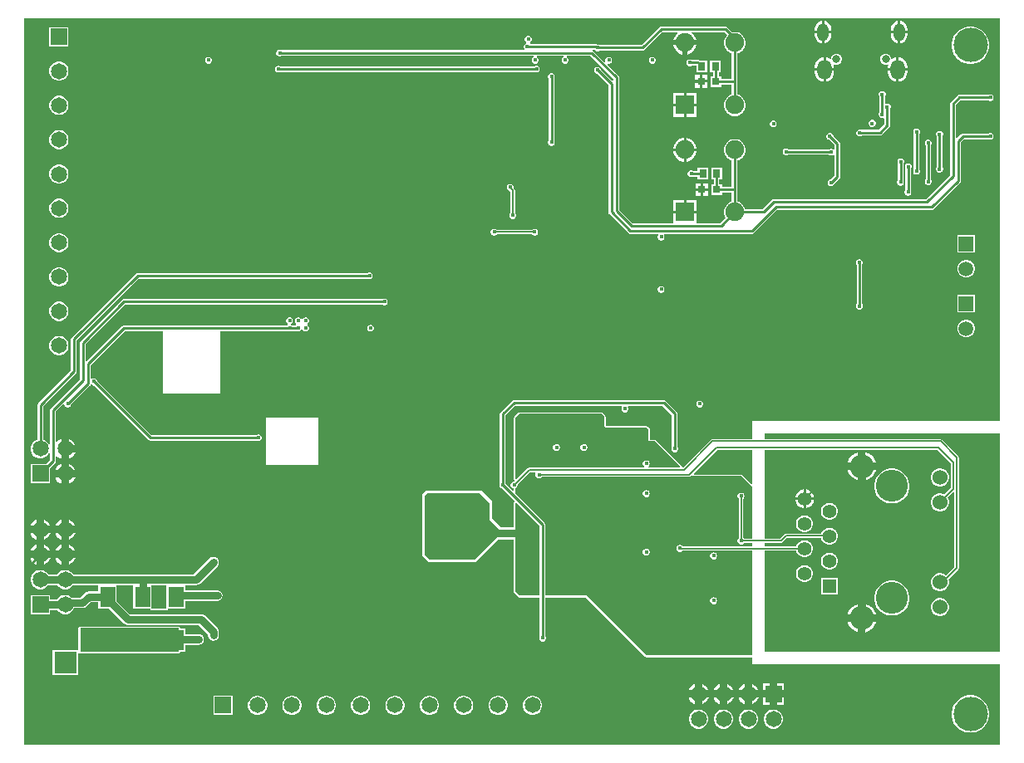
<source format=gbl>
%FSTAX23Y23*%
%MOIN*%
%SFA1B1*%

%IPPOS*%
%ADD11C,0.010000*%
%ADD15C,0.006000*%
%ADD25R,0.031500X0.037400*%
%ADD29R,0.031500X0.031500*%
%ADD45R,0.061000X0.082700*%
%ADD105C,0.030000*%
%ADD106C,0.065000*%
%ADD107R,0.065000X0.065000*%
%ADD108R,0.055000X0.055000*%
%ADD109C,0.055000*%
%ADD110C,0.060200*%
%ADD111C,0.128000*%
%ADD112C,0.096300*%
%ADD113R,0.088600X0.088600*%
%ADD114C,0.088600*%
%ADD115R,0.065000X0.065000*%
%ADD116O,0.057100X0.078700*%
%ADD117O,0.045300X0.070900*%
%ADD118C,0.031500*%
%ADD119C,0.138000*%
%ADD120C,0.075000*%
%ADD121R,0.075000X0.075000*%
%ADD122R,0.059100X0.059100*%
%ADD123C,0.059100*%
%ADD124C,0.015700*%
%ADD125C,0.019700*%
%LNv1.0-1*%
%LPD*%
G36*
X04933Y0337D02*
X0394D01*
Y03299*
X0378*
X03776Y03298*
X03773Y03296*
X03663Y03186*
X03657Y03187*
X03657Y03189*
X03656Y0319*
Y03191*
X03655Y03192*
X03655Y03193*
X03554Y03294*
X0355Y03296*
X03531*
Y03335*
X03529Y0334*
X03519Y03349*
X03515Y03351*
X03356*
X03352Y03354*
Y03388*
X0335Y03393*
X03339Y03404*
X03335Y03406*
X03005*
X03Y03404*
X02985Y03389*
X02983Y03385*
Y03139*
X02984Y03138*
Y03137*
X02984Y03136*
X02985Y03134*
X02985Y03133*
X02982Y03128*
X02977Y03126*
X02973Y03122*
X02971Y03117*
Y03112*
X02973Y03107*
X02977Y03103*
X02982Y03101*
X02983*
Y03093*
X02978Y03092*
X02953Y03117*
Y03117*
X02951Y03122*
X02951Y03123*
Y03395*
X02989Y03433*
X03417*
X03419Y03428*
X03418Y03427*
X03416Y03422*
Y03417*
X03418Y03412*
X03422Y03408*
X03427Y03406*
X03432*
X03437Y03408*
X03441Y03412*
X03443Y03417*
Y03422*
X03441Y03427*
X0344Y03428*
X03442Y03433*
X0358*
X03618Y03395*
Y03268*
X03618Y03267*
X03616Y03262*
Y03257*
X03618Y03252*
X03622Y03248*
X03627Y03246*
X03632*
X03637Y03248*
X03641Y03252*
X03643Y03257*
Y03262*
X03641Y03267*
X03641Y03268*
Y034*
X0364Y03404*
X03637Y03407*
X03592Y03452*
X03589Y03455*
X03585Y03456*
X02985*
X0298Y03455*
X02977Y03452*
X02932Y03407*
X02929Y03404*
X02928Y034*
Y03123*
X02928Y03122*
X02926Y03117*
Y03112*
X02928Y03107*
X02932Y03103*
X02937Y03101*
X02938*
X02986Y03052*
X02985Y03047*
X02984Y03046*
X02984Y03045*
Y03043*
X02983Y03042*
Y02945*
X0293*
X02895Y0298*
Y0305*
X02855Y0309*
X0263*
X02615Y03075*
Y0283*
X0264Y02805*
X0283*
X0292Y02895*
X02983*
Y02685*
X02985Y0268*
X03Y02665*
X03005Y02663*
X03088*
Y02508*
X03088Y02507*
X03086Y02502*
Y02497*
X03088Y02492*
X03092Y02488*
X03097Y02486*
X03102*
X03107Y02488*
X03111Y02492*
X03113Y02497*
Y02502*
X03111Y02507*
X03111Y02508*
Y02663*
X03272*
X0351Y02425*
X03515Y02423*
X0394*
Y02395*
X04933*
Y02071*
X01021*
Y04988*
X04933*
Y0337*
G37*
G36*
X03346Y03388D02*
Y03352D01*
X03353Y03345*
X03515*
X03524Y03335*
Y03292*
X03526Y0329*
X0355*
X0365Y03189*
X03648Y03184*
X03525*
X03523Y03189*
X03525Y0319*
X03528Y03194*
X03529Y032*
X03528Y03205*
X03525Y0321*
X0352Y03213*
X03515Y03214*
X03509Y03213*
X03505Y0321*
X03501Y03205*
X035Y032*
X03501Y03194*
X03505Y0319*
X03506Y03189*
X03504Y03184*
X03045*
X03041Y03183*
X03038Y03181*
X02994Y03137*
X0299Y03139*
Y03385*
X03005Y034*
X03335*
X03346Y03388*
G37*
G36*
X0394Y0312D02*
X03935Y03118D01*
X03899Y03154*
X03895Y03156*
X03707*
X03705Y03161*
X038Y03255*
X0394*
Y0312*
G37*
G36*
X03072Y0316D02*
X03071Y0316D01*
X0307Y03155*
X03071Y03149*
X03075Y03145*
X03079Y03141*
X03085Y0314*
X0309Y03141*
X03095Y03145*
X03096Y03147*
X03688*
X03691Y03148*
X03694Y0315*
X03895*
X0394Y03105*
Y02899*
X03905*
X03905Y029*
X03904Y029*
Y03059*
X03905Y0306*
X03908Y03064*
X03909Y0307*
X03908Y03075*
X03905Y0308*
X039Y03083*
X03895Y03084*
X03889Y03083*
X03885Y0308*
X03881Y03075*
X0388Y0307*
X03881Y03064*
X03885Y0306*
X03885Y03059*
Y029*
X03885Y029*
X03881Y02895*
X0388Y0289*
X03881Y02884*
X03885Y0288*
X03889Y02876*
X03895Y02875*
X039Y02876*
X03905Y0288*
X03905Y0288*
X0394*
Y02869*
X0366*
X0366Y0287*
X03655Y02873*
X0365Y02874*
X03644Y02873*
X0364Y0287*
X03636Y02865*
X03635Y0286*
X03636Y02854*
X0364Y0285*
X03644Y02846*
X0365Y02845*
X03655Y02846*
X0366Y0285*
X0366Y0285*
X0394*
Y0243*
X03515*
X03275Y0267*
X03111*
Y02955*
X0311Y02959*
X03107Y02962*
X0299Y0308*
Y03101*
X0299Y03101*
X02995Y03105*
X02998Y03109*
X02999Y03115*
X02999Y03116*
X03048Y03165*
X03069*
X03072Y0316*
G37*
G36*
X04933Y02445D02*
X0399D01*
Y0285*
X04117*
X04118Y02846*
X04123Y02839*
X04129Y02833*
X04137Y02828*
X04145Y02826*
X04154*
X04162Y02828*
X0417Y02833*
X04176Y02839*
X04181Y02846*
X04183Y02855*
Y02864*
X04181Y02872*
X04176Y0288*
X0417Y02886*
X04162Y02891*
X04154Y02893*
X04145*
X04137Y02891*
X04129Y02886*
X04123Y0288*
X04118Y02872*
X04117Y02869*
X0399*
Y0288*
X04055*
X04058Y02881*
X04061Y02883*
X04078Y029*
X04217*
X04218Y02896*
X04223Y02889*
X04229Y02883*
X04237Y02878*
X04245Y02876*
X04254*
X04262Y02878*
X0427Y02883*
X04276Y02889*
X04281Y02896*
X04283Y02905*
Y02914*
X04281Y02922*
X04276Y0293*
X0427Y02936*
X04262Y02941*
X04254Y02943*
X04245*
X04237Y02941*
X04229Y02936*
X04223Y0293*
X04218Y02922*
X04217Y02919*
X04075*
X04071Y02918*
X04068Y02916*
X04051Y02899*
X0399*
Y03255*
X04681*
X04735Y03201*
Y03101*
X04711Y03077*
X04706Y03079*
X04697Y03081*
X04688*
X04679Y03079*
X0467Y03074*
X04664Y03068*
X04659Y03059*
X04656Y0305*
Y03041*
X04659Y03031*
X04664Y03023*
X0467Y03016*
X04679Y03012*
X04688Y03009*
X04697*
X04706Y03012*
X04715Y03016*
X04721Y03023*
X04726Y03031*
X04729Y03041*
Y0305*
X04726Y03059*
X04724Y03064*
X04746Y03086*
X0475Y03084*
Y02783*
X04717Y0275*
X04715Y02753*
X04706Y02757*
X04697Y0276*
X04688*
X04679Y02757*
X0467Y02753*
X04664Y02746*
X04659Y02738*
X04656Y02728*
Y02719*
X04659Y0271*
X04664Y02702*
X0467Y02695*
X04679Y0269*
X04688Y02688*
X04697*
X04706Y0269*
X04715Y02695*
X04721Y02702*
X04726Y0271*
X04729Y02719*
Y02728*
X04727Y02734*
X04766Y02773*
X04768Y02776*
X04769Y0278*
Y03225*
X04768Y03228*
X04766Y03231*
X04701Y03296*
X04698Y03298*
X04695Y03299*
X0399*
Y0332*
X04933*
Y02445*
G37*
G36*
X02885Y03042D02*
Y02975D01*
X02925Y02935*
X0299*
Y03042*
X02994Y03044*
X03088Y0295*
Y0267*
X03005*
X0299Y02685*
Y02905*
X02915*
X02825Y02815*
X02645*
X02625Y02835*
Y0307*
X02635Y0308*
X02847*
X02885Y03042*
G37*
%LNv1.0-2*%
%LPC*%
G36*
X04534Y04978D02*
Y04938D01*
X04562*
Y04946*
X04561Y04954*
X04557Y04962*
X04552Y04969*
X04545Y04974*
X04537Y04977*
X04534Y04978*
G37*
G36*
X04229D02*
Y04938D01*
X04257*
Y04946*
X04255Y04954*
X04252Y04962*
X04247Y04969*
X0424Y04974*
X04232Y04977*
X04229Y04978*
G37*
G36*
X04219D02*
X04215Y04977D01*
X04207Y04974*
X042Y04969*
X04195Y04962*
X04192Y04954*
X04191Y04946*
Y04938*
X04219*
Y04978*
G37*
G36*
X04524D02*
X0452Y04977D01*
X04512Y04974*
X04506Y04969*
X045Y04962*
X04497Y04954*
X04496Y04946*
Y04938*
X04524*
Y04978*
G37*
G36*
X04562Y04928D02*
X04534D01*
Y04888*
X04537Y04888*
X04545Y04892*
X04552Y04897*
X04557Y04904*
X04561Y04912*
X04562Y0492*
Y04928*
G37*
G36*
X04219D02*
X04191D01*
Y0492*
X04192Y04912*
X04195Y04904*
X042Y04897*
X04207Y04892*
X04215Y04888*
X04219Y04888*
Y04928*
G37*
G36*
X04257D02*
X04229D01*
Y04888*
X04232Y04888*
X0424Y04892*
X04247Y04897*
X04252Y04904*
X04255Y04912*
X04257Y0492*
Y04928*
G37*
G36*
X04524D02*
X04496D01*
Y0492*
X04497Y04912*
X045Y04904*
X04506Y04897*
X04512Y04892*
X0452Y04888*
X04524Y04888*
Y04928*
G37*
G36*
X01198Y04953D02*
X01121D01*
Y04876*
X01198*
Y04953*
G37*
G36*
X03716Y0488D02*
X0368D01*
Y04843*
X03688Y04845*
X03699Y04852*
X03708Y0486*
X03714Y04871*
X03716Y0488*
G37*
G36*
X0366D02*
X03623D01*
X03625Y04871*
X03632Y0486*
X0364Y04852*
X03651Y04845*
X0366Y04843*
Y0488*
G37*
G36*
X04282Y04846D02*
X04273D01*
X04265Y04843*
X04259Y04837*
X04256Y04829*
Y04828*
X04252Y04826*
X04249Y04828*
X0424Y04832*
X04235Y04832*
Y04788*
X04268*
Y04794*
X04268Y048*
X04272Y04803*
X04273Y04803*
X04282*
X0429Y04806*
X04296Y04812*
X043Y0482*
Y04829*
X04296Y04837*
X0429Y04843*
X04282Y04846*
G37*
G36*
X03542Y04833D02*
X03537D01*
X03532Y04831*
X03528Y04827*
X03526Y04822*
Y04817*
X03528Y04812*
X03532Y04808*
X03537Y04806*
X03542*
X03547Y04808*
X03551Y04812*
X03553Y04817*
Y04822*
X03551Y04827*
X03547Y04831*
X03542Y04833*
G37*
G36*
X01762D02*
X01757D01*
X01752Y04831*
X01748Y04827*
X01746Y04822*
Y04817*
X01748Y04812*
X01752Y04808*
X01757Y04806*
X01762*
X01767Y04808*
X01771Y04812*
X01773Y04817*
Y04822*
X01771Y04827*
X01767Y04831*
X01762Y04833*
G37*
G36*
X04822Y04955D02*
X04807D01*
X04793Y04952*
X04779Y04946*
X04767Y04938*
X04756Y04927*
X04748Y04915*
X04742Y04901*
X0474Y04887*
Y04872*
X04742Y04858*
X04748Y04844*
X04756Y04832*
X04767Y04821*
X04779Y04813*
X04793Y04807*
X04807Y04805*
X04822*
X04836Y04807*
X0485Y04813*
X04862Y04821*
X04873Y04832*
X04881Y04844*
X04887Y04858*
X0489Y04872*
Y04887*
X04887Y04901*
X04881Y04915*
X04873Y04927*
X04862Y04938*
X0485Y04946*
X04836Y04952*
X04822Y04955*
G37*
G36*
X03077Y04798D02*
X03072D01*
X03067Y04796*
X03066Y04796*
X02048*
X02047Y04796*
X02042Y04798*
X02037*
X02032Y04796*
X02028Y04792*
X02026Y04787*
Y04782*
X02028Y04777*
X02032Y04773*
X02037Y04771*
X02042*
X02047Y04773*
X02048Y04773*
X03066*
X03067Y04773*
X03072Y04771*
X03077*
X03082Y04773*
X03086Y04777*
X03088Y04782*
Y04787*
X03086Y04792*
X03082Y04796*
X03077Y04798*
G37*
G36*
X04528Y04832D02*
Y04788D01*
X04562*
Y04794*
X0456Y04804*
X04557Y04814*
X0455Y04822*
X04542Y04828*
X04533Y04832*
X04528Y04832*
G37*
G36*
X04225D02*
X0422Y04832D01*
X0421Y04828*
X04202Y04822*
X04196Y04814*
X04192Y04804*
X04191Y04794*
Y04788*
X04225*
Y04832*
G37*
G36*
X04479Y04846D02*
X0447D01*
X04462Y04843*
X04456Y04837*
X04453Y04829*
Y0482*
X04456Y04812*
X04462Y04806*
X0447Y04803*
X04479*
X0448Y04803*
X04485Y048*
X04484Y04794*
Y04788*
X04518*
Y04832*
X04513Y04832*
X04503Y04828*
X04501Y04826*
X04496Y04828*
Y04829*
X04493Y04837*
X04487Y04843*
X04479Y04846*
G37*
G36*
X03692Y04823D02*
X03687D01*
X03682Y04821*
X03678Y04817*
X03676Y04812*
Y04807*
X03678Y04802*
X03682Y04798*
X03687Y04796*
X03692*
X03697Y04798*
X03698Y04798*
X03715*
Y0477*
X03759*
Y04819*
X03727*
X03727*
X03726Y0482*
X03722Y04821*
X03698*
X03697Y04821*
X03692Y04823*
G37*
G36*
X03832Y04956D02*
D01*
X03575*
X0357Y04955*
X03567Y04952*
X03495Y04881*
X03328*
X03327Y04881*
X03322Y04883*
X0332*
X03317Y04885*
X03313Y04886*
X0305*
X03049Y04886*
X03049Y04887*
X0305Y04893*
X03054Y04897*
X03056Y04902*
Y04907*
X03054Y04912*
X0305Y04916*
X03045Y04918*
X03039*
X03034Y04916*
X0303Y04912*
X03028Y04907*
Y04902*
X0303Y04897*
X03034Y04893*
X03034Y04892*
X03034Y04891*
X03033Y04888*
X03029Y04886*
X03025Y04882*
X03023Y04877*
Y04872*
X03025Y04867*
X03027Y04865*
X03025Y0486*
X02053*
X02052Y0486*
X02047Y04862*
X02042*
X02037Y0486*
X02033Y04856*
X02031Y04851*
Y04846*
X02033Y04841*
X02037Y04837*
X02042Y04835*
X02047*
X02052Y04837*
X02053Y04837*
X03063*
X03064Y04832*
X03062Y04831*
X03058Y04827*
X03056Y04822*
Y04817*
X03058Y04812*
X03062Y04808*
X03067Y04806*
X03072*
X03077Y04808*
X03081Y04812*
X03083Y04817*
Y04822*
X03081Y04827*
X03077Y04831*
X03075Y04832*
X03076Y04837*
X03183*
X03184Y04832*
X03182Y04831*
X03178Y04827*
X03176Y04822*
Y04817*
X03178Y04812*
X03182Y04808*
X03187Y04806*
X03192*
X03197Y04808*
X03201Y04812*
X03203Y04817*
Y04822*
X03201Y04827*
X03197Y04831*
X03195Y04832*
X03196Y04837*
X03291*
X03383Y04745*
Y04739*
X03378Y04737*
X03333Y04782*
Y04782*
X03331Y04787*
X03327Y04791*
X03322Y04793*
X03317*
X03312Y04791*
X03308Y04787*
X03306Y04782*
Y04777*
X03308Y04772*
X03312Y04768*
X03317Y04766*
X03318*
X03363Y0472*
Y04615*
Y0421*
X03364Y04205*
X03367Y04202*
X03442Y04127*
X03445Y04124*
X0345Y04123*
X03562*
X03564Y04118*
X03563Y04117*
X03561Y04112*
Y04107*
X03563Y04102*
X03567Y04098*
X03572Y04096*
X03577*
X03582Y04098*
X03586Y04102*
X03588Y04107*
Y04112*
X03586Y04117*
X03585Y04118*
X03587Y04123*
X0394*
X03944Y04124*
X03947Y04127*
X04039Y04218*
X0466*
X04664Y04219*
X04667Y04222*
X04772Y04327*
X04775Y0433*
X04776Y04335*
Y0449*
X04789Y04503*
X04886*
X04887Y04503*
X04892Y04501*
X04897*
X04902Y04503*
X04906Y04507*
X04908Y04512*
Y04517*
X04906Y04522*
X04902Y04526*
X04897Y04528*
X04892*
X04887Y04526*
X04886Y04526*
X04785*
X0478Y04525*
X04777Y04522*
X04761Y04507*
X04756Y04509*
Y0464*
X04774Y04658*
X04886*
X04887Y04658*
X04892Y04656*
X04897*
X04902Y04658*
X04906Y04662*
X04908Y04667*
Y04672*
X04906Y04677*
X04902Y04681*
X04897Y04683*
X04892*
X04887Y04681*
X04886Y04681*
X0477*
X04765Y0468*
X04762Y04677*
X04737Y04652*
X04734Y04649*
X04733Y04645*
Y04359*
X04635Y04261*
X04025*
X0402Y0426*
X04017Y04257*
X0398Y04221*
X03912*
X0391Y04226*
X03904Y04236*
X03896Y04244*
X03886Y0425*
X03881Y04252*
Y043*
Y04418*
X03886Y04419*
X03896Y04425*
X03904Y04433*
X0391Y04443*
X03913Y04454*
Y04465*
X0391Y04476*
X03904Y04486*
X03896Y04494*
X03886Y045*
X03875Y04503*
X03864*
X03853Y045*
X03843Y04494*
X03835Y04486*
X03829Y04476*
X03826Y04465*
Y04454*
X03829Y04443*
X03835Y04433*
X03843Y04425*
X03853Y04419*
X03858Y04418*
Y04311*
X03819*
Y04321*
X03808*
Y0434*
X03819*
Y04389*
X03775*
Y0434*
X03786*
Y04321*
X03775*
Y04278*
X03819*
Y04288*
X03858*
Y04252*
X03853Y0425*
X03843Y04244*
X03835Y04236*
X03829Y04226*
X03826Y04215*
Y04204*
X03829Y04193*
X03832Y04188*
X0381Y04166*
X03717*
Y04205*
X0367*
X03622*
Y04166*
X03459*
X03406Y04219*
Y0475*
X03405Y04754*
X03402Y04757*
X03358Y04802*
X03361Y04806*
X03362Y04806*
X03367*
X03372Y04808*
X03376Y04812*
X03378Y04817*
Y04822*
X03376Y04827*
X03372Y04831*
X03367Y04833*
X03362*
X03357Y04831*
X03353Y04827*
X03351Y04822*
Y04817*
X03351Y04816*
X03347Y04813*
X03304Y04856*
X03301Y04858*
X03301Y04861*
X03301Y04863*
X03307*
X03308Y04862*
X03312Y04858*
X03317Y04856*
X03322*
X03327Y04858*
X03328Y04858*
X035*
X03504Y04859*
X03507Y04862*
X03579Y04933*
X03641*
X03642Y04929*
X0364Y04928*
X03632Y04919*
X03625Y04908*
X03623Y049*
X0367*
X03716*
X03714Y04908*
X03708Y04919*
X03699Y04928*
X03697Y04929*
X03698Y04933*
X03827*
X0384Y04921*
X03835Y04916*
X03829Y04906*
X03826Y04895*
Y04884*
X03829Y04873*
X03835Y04863*
X03843Y04855*
X03853Y04849*
X03858Y04848*
Y04746*
X03816*
Y04756*
X03805*
Y0477*
X03814*
Y04819*
X0377*
Y0477*
X03783*
Y04756*
X03772*
Y04713*
X03816*
Y04723*
X03858*
Y04682*
X03853Y0468*
X03843Y04674*
X03835Y04666*
X03829Y04656*
X03826Y04645*
Y04634*
X03829Y04623*
X03835Y04613*
X03843Y04605*
X03853Y04599*
X03864Y04596*
X03875*
X03886Y04599*
X03896Y04605*
X03904Y04613*
X0391Y04623*
X03913Y04634*
Y04645*
X0391Y04656*
X03904Y04666*
X03896Y04674*
X03886Y0468*
X03881Y04682*
Y04735*
Y04848*
X03886Y04849*
X03896Y04855*
X03904Y04863*
X0391Y04873*
X03913Y04884*
Y04895*
X0391Y04906*
X03904Y04916*
X03896Y04924*
X03886Y0493*
X03875Y04933*
X03864*
X0386Y04932*
X0384Y04952*
X03836Y04955*
X03832Y04956*
G37*
G36*
X03761Y0476D02*
X0374D01*
Y0474*
X03761*
Y0476*
G37*
G36*
X0373D02*
X03709D01*
Y0474*
X0373*
Y0476*
G37*
G36*
X01165Y04815D02*
X01154D01*
X01145Y04812*
X01136Y04807*
X01129Y048*
X01124Y04791*
X01121Y04781*
Y04771*
X01124Y04761*
X01129Y04753*
X01136Y04746*
X01145Y0474*
X01154Y04738*
X01165*
X01174Y0474*
X01183Y04746*
X0119Y04753*
X01195Y04761*
X01198Y04771*
Y04781*
X01195Y04791*
X0119Y048*
X01183Y04807*
X01174Y04812*
X01165Y04815*
G37*
G36*
X04562Y04778D02*
X04528D01*
Y04734*
X04533Y04735*
X04542Y04739*
X0455Y04745*
X04557Y04753*
X0456Y04762*
X04562Y04772*
Y04778*
G37*
G36*
X04225D02*
X04191D01*
Y04772*
X04192Y04762*
X04196Y04753*
X04202Y04745*
X0421Y04739*
X0422Y04735*
X04225Y04734*
Y04778*
G37*
G36*
X04268D02*
X04235D01*
Y04734*
X0424Y04735*
X04249Y04739*
X04257Y04745*
X04263Y04753*
X04267Y04762*
X04268Y04772*
Y04778*
G37*
G36*
X04518D02*
X04484D01*
Y04772*
X04485Y04762*
X04489Y04753*
X04495Y04745*
X04503Y04739*
X04513Y04735*
X04518Y04734*
Y04778*
G37*
G36*
X03761Y0473D02*
X0374D01*
Y04709*
X03761*
Y0473*
G37*
G36*
X0373D02*
X03709D01*
Y04709*
X0373*
Y0473*
G37*
G36*
X03717Y04687D02*
X03675D01*
Y04645*
X03717*
Y04687*
G37*
G36*
X03665D02*
X03622D01*
Y04645*
X03665*
Y04687*
G37*
G36*
X01165Y04677D02*
X01154D01*
X01145Y04674*
X01136Y04669*
X01129Y04662*
X01124Y04653*
X01121Y04644*
Y04633*
X01124Y04624*
X01129Y04615*
X01136Y04608*
X01145Y04603*
X01154Y046*
X01165*
X01174Y04603*
X01183Y04608*
X0119Y04615*
X01195Y04624*
X01198Y04633*
Y04644*
X01195Y04653*
X0119Y04662*
X01183Y04669*
X01174Y04674*
X01165Y04677*
G37*
G36*
X03717Y04635D02*
X03675D01*
Y04592*
X03717*
Y04635*
G37*
G36*
X03665D02*
X03622D01*
Y04592*
X03665*
Y04635*
G37*
G36*
X04424Y0458D02*
X04418D01*
X04413Y04578*
X04409Y04574*
X04407Y04569*
Y04564*
X04409Y04558*
X04413Y04555*
X04418Y04552*
X04424*
X04429Y04555*
X04433Y04558*
X04435Y04564*
Y04569*
X04433Y04574*
X04429Y04578*
X04424Y0458*
G37*
G36*
X04027Y04578D02*
X04022D01*
X04017Y04576*
X04013Y04572*
X04011Y04567*
Y04562*
X04013Y04557*
X04017Y04553*
X04022Y04551*
X04027*
X04032Y04553*
X04036Y04557*
X04038Y04562*
Y04567*
X04036Y04572*
X04032Y04576*
X04027Y04578*
G37*
G36*
X04464Y04696D02*
X04458D01*
X04453Y04694*
X04449Y0469*
X04447Y04685*
Y0468*
X04449Y04675*
X0445Y04674*
Y04611*
X04449Y0461*
X04447Y04605*
Y046*
X04449Y04595*
X04453Y04591*
X04458Y04589*
X04464*
X04465Y04589*
X0447Y04586*
Y04562*
X04448Y0454*
X04378*
X04374Y04541*
X04368*
X04363Y04539*
X04359Y04535*
X04357Y0453*
Y04525*
X04359Y0452*
X04363Y04516*
X04368Y04514*
X04374*
X04379Y04516*
X04381Y04517*
X04452*
X04457Y04518*
X0446Y04521*
X04489Y0455*
X04492Y04553*
X04492Y04557*
Y04624*
X04493Y04625*
X04495Y0463*
Y04635*
X04493Y0464*
X04489Y04644*
X04484Y04646*
X04478*
X04477Y04646*
X04472Y04649*
Y04674*
X04473Y04675*
X04475Y0468*
Y04685*
X04473Y0469*
X04469Y04694*
X04464Y04696*
G37*
G36*
X03137Y04768D02*
X03132D01*
X03127Y04766*
X03123Y04762*
X03121Y04757*
Y04752*
X03123Y04747*
X03123Y04746*
Y04498*
X03123Y04497*
X03121Y04492*
Y04487*
X03123Y04482*
X03127Y04478*
X03132Y04476*
X03137*
X03142Y04478*
X03146Y04482*
X03148Y04487*
Y04492*
X03146Y04497*
X03146Y04498*
Y04746*
X03146Y04747*
X03148Y04752*
Y04757*
X03146Y04762*
X03142Y04766*
X03137Y04768*
G37*
G36*
X03676Y04507D02*
X03675D01*
Y04465*
X03717*
Y04466*
X03714Y04478*
X03708Y04489*
X03699Y04498*
X03688Y04504*
X03676Y04507*
G37*
G36*
X03665D02*
X03663D01*
X03651Y04504*
X0364Y04498*
X03632Y04489*
X03625Y04478*
X03622Y04466*
Y04465*
X03665*
Y04507*
G37*
G36*
X01165Y04539D02*
X01154D01*
X01145Y04537*
X01136Y04532*
X01129Y04524*
X01124Y04516*
X01121Y04506*
Y04496*
X01124Y04486*
X01129Y04477*
X01136Y0447*
X01145Y04465*
X01154Y04462*
X01165*
X01174Y04465*
X01183Y0447*
X0119Y04477*
X01195Y04486*
X01198Y04496*
Y04506*
X01195Y04516*
X0119Y04524*
X01183Y04532*
X01174Y04537*
X01165Y04539*
G37*
G36*
X04254Y04528D02*
X04248D01*
X04243Y04525*
X04239Y04522*
X04237Y04516*
Y04511*
X04239Y04506*
X04243Y04502*
X04248Y045*
X04249*
X0427Y04479*
Y04464*
X04265Y04462*
X04264Y04462*
X04259Y04465*
X04253*
X04249Y04463*
X04086*
X04084Y04464*
X04079Y04466*
X04073*
X04068Y04464*
X04064Y0446*
X04062Y04455*
Y0445*
X04064Y04445*
X04068Y04441*
X04073Y04439*
X04079*
X04083Y0444*
X04247*
X04248Y04439*
X04253Y04437*
X04259*
X04264Y04439*
X04265Y0444*
X0427Y04438*
Y04357*
X04254Y04341*
X04253*
X04248Y04339*
X04244Y04335*
X04242Y0433*
Y04325*
X04244Y0432*
X04248Y04316*
X04253Y04314*
X04259*
X04264Y04316*
X04268Y0432*
X0427Y04325*
Y04325*
X04289Y04345*
X04292Y04348*
X04292Y04352*
Y04484*
X04292Y04488*
X04289Y04492*
X04265Y04516*
Y04516*
X04263Y04522*
X04259Y04525*
X04254Y04528*
G37*
G36*
X03717Y04455D02*
X03675D01*
Y04412*
X03676*
X03688Y04415*
X03699Y04422*
X03708Y0443*
X03714Y04441*
X03717Y04453*
Y04455*
G37*
G36*
X03665D02*
X03622D01*
Y04453*
X03625Y04441*
X03632Y0443*
X0364Y04422*
X03651Y04415*
X03663Y04412*
X03665*
Y04455*
G37*
G36*
X03764Y04389D02*
X0372D01*
Y04376*
X03703*
X03702Y04376*
X03697Y04378*
X03692*
X03687Y04376*
X03683Y04372*
X03681Y04367*
Y04362*
X03683Y04357*
X03687Y04353*
X03692Y04351*
X03697*
X03702Y04353*
X03703Y04353*
X0372*
Y0434*
X03764*
Y04389*
G37*
G36*
X04694Y04536D02*
X04688D01*
X04683Y04534*
X04679Y0453*
X04677Y04525*
Y0452*
X04679Y04515*
X0468Y04514*
Y04391*
X04679Y0439*
X04677Y04385*
Y0438*
X04679Y04375*
X04683Y04371*
X04688Y04369*
X04694*
X04699Y04371*
X04703Y04375*
X04705Y0438*
Y04385*
X04703Y0439*
X04702Y04391*
Y04514*
X04703Y04515*
X04705Y0452*
Y04525*
X04703Y0453*
X04699Y04534*
X04694Y04536*
G37*
G36*
X04602Y04546D02*
X04596D01*
X04591Y04544*
X04587Y0454*
X04585Y04535*
Y04529*
X04587Y04524*
X04588Y04523*
Y04382*
X04587Y04381*
X04585Y04376*
Y04371*
X04587Y04366*
X04591Y04362*
X04596Y0436*
X04602*
X04607Y04362*
X04611Y04366*
X04613Y04371*
Y04376*
X04611Y04381*
X0461Y04382*
Y04524*
X04611Y04524*
X04613Y04529*
Y04535*
X04611Y0454*
X04607Y04544*
X04602Y04546*
G37*
G36*
X01165Y04401D02*
X01154D01*
X01145Y04399*
X01136Y04394*
X01129Y04387*
X01124Y04378*
X01121Y04368*
Y04358*
X01124Y04348*
X01129Y04339*
X01136Y04332*
X01145Y04327*
X01154Y04324*
X01165*
X01174Y04327*
X01183Y04332*
X0119Y04339*
X01195Y04348*
X01198Y04358*
Y04368*
X01195Y04378*
X0119Y04387*
X01183Y04394*
X01174Y04399*
X01165Y04401*
G37*
G36*
X04649Y04501D02*
X04643D01*
X04638Y04499*
X04634Y04495*
X04632Y0449*
Y04485*
X04634Y0448*
X04635Y04479*
Y04341*
X04634Y0434*
X04632Y04335*
Y0433*
X04634Y04325*
X04638Y04321*
X04643Y04319*
X04649*
X04654Y04321*
X04658Y04325*
X0466Y0433*
Y04335*
X04658Y0434*
X04657Y04341*
Y04479*
X04658Y0448*
X0466Y04485*
Y0449*
X04658Y04495*
X04654Y04499*
X04649Y04501*
G37*
G36*
X04539Y04426D02*
X04533D01*
X04528Y04424*
X04524Y0442*
X04522Y04415*
Y0441*
X04524Y04405*
Y04339*
X04523Y04337*
X04521Y04332*
Y04327*
X04523Y04322*
X04527Y04318*
X04532Y04316*
X04537*
X04542Y04318*
X04546Y04322*
X04548Y04327*
Y04332*
X04547Y04337*
Y04403*
X04548Y04405*
X0455Y0441*
Y04415*
X04548Y0442*
X04544Y04424*
X04539Y04426*
G37*
G36*
X03764Y04325D02*
X03743D01*
Y04305*
X03764*
Y04325*
G37*
G36*
X03733D02*
X03712D01*
Y04305*
X03733*
Y04325*
G37*
G36*
X04569Y04406D02*
X04563D01*
X04558Y04404*
X04554Y044*
X04552Y04395*
Y0439*
X04554Y04385*
Y04299*
X04553Y04297*
X04551Y04292*
Y04287*
X04553Y04282*
X04557Y04278*
X04562Y04276*
X04567*
X04572Y04278*
X04576Y04282*
X04578Y04287*
Y04292*
X04577Y04297*
Y04383*
X04578Y04385*
X0458Y0439*
Y04395*
X04578Y044*
X04574Y04404*
X04569Y04406*
G37*
G36*
X03764Y04295D02*
X03743D01*
Y04274*
X03764*
Y04295*
G37*
G36*
X03733D02*
X03712D01*
Y04274*
X03733*
Y04295*
G37*
G36*
X03717Y04257D02*
X03675D01*
Y04215*
X03717*
Y04257*
G37*
G36*
X03665D02*
X03622D01*
Y04215*
X03665*
Y04257*
G37*
G36*
X01165Y04264D02*
X01154D01*
X01145Y04261*
X01136Y04256*
X01129Y04249*
X01124Y0424*
X01121Y0423*
Y0422*
X01124Y0421*
X01129Y04202*
X01136Y04194*
X01145Y04189*
X01154Y04187*
X01165*
X01174Y04189*
X01183Y04194*
X0119Y04202*
X01195Y0421*
X01198Y0422*
Y0423*
X01195Y0424*
X0119Y04249*
X01183Y04256*
X01174Y04261*
X01165Y04264*
G37*
G36*
X02972Y04323D02*
X02967D01*
X02962Y04321*
X02958Y04317*
X02956Y04312*
Y04307*
X02958Y04302*
X02962Y04298*
X02967Y04296*
X02968*
X0297Y04293*
Y04208*
X02968Y04205*
X02966Y042*
Y04194*
X02968Y04189*
X02972Y04185*
X02977Y04183*
X02982*
X02987Y04185*
X02991Y04189*
X02993Y04194*
Y042*
X02991Y04205*
X02989Y04208*
Y04297*
X02988Y043*
X02986Y04303*
X02983Y04306*
X02983Y04307*
Y04312*
X02981Y04317*
X02977Y04321*
X02972Y04323*
G37*
G36*
X0307Y04143D02*
X03065D01*
X03059Y04141*
X03057Y04139*
X02915*
X02912Y04141*
X02907Y04143*
X02902*
X02897Y04141*
X02893Y04137*
X02891Y04132*
Y04127*
X02893Y04122*
X02897Y04118*
X02902Y04116*
X02907*
X02912Y04118*
X02915Y0412*
X03057*
X03059Y04118*
X03065Y04116*
X0307*
X03075Y04118*
X03079Y04122*
X03081Y04127*
Y04132*
X03079Y04137*
X03075Y04141*
X0307Y04143*
G37*
G36*
X01165Y04126D02*
X01154D01*
X01145Y04123*
X01136Y04118*
X01129Y04111*
X01124Y04102*
X01121Y04092*
Y04082*
X01124Y04072*
X01129Y04064*
X01136Y04057*
X01145Y04051*
X01154Y04049*
X01165*
X01174Y04051*
X01183Y04057*
X0119Y04064*
X01195Y04072*
X01198Y04082*
Y04092*
X01195Y04102*
X0119Y04111*
X01183Y04118*
X01174Y04123*
X01165Y04126*
G37*
G36*
X04833Y04118D02*
X04762D01*
Y04047*
X04833*
Y04118*
G37*
G36*
X02407Y03968D02*
X02402D01*
X02397Y03966*
X02396Y03966*
X01475*
X0147Y03965*
X01467Y03962*
X01212Y03707*
X01209Y03704*
X01208Y037*
Y03574*
X01077Y03442*
X01074Y03439*
X01073Y03435*
Y03296*
X0107Y03295*
X01061Y0329*
X01054Y03283*
X01049Y03274*
X01046Y03265*
Y03254*
X01049Y03245*
X01054Y03236*
X01061Y03229*
X0107Y03224*
X01079Y03221*
X0109*
X01099Y03224*
X01108Y03229*
X01115Y03236*
X01118Y03241*
X01123Y0324*
Y03214*
X01107Y03198*
X01046*
Y03121*
X01123*
Y03182*
X01142Y03202*
X01145Y03205*
X01146Y0321*
Y03232*
X0115Y03233*
X01151Y03233*
X01158Y03226*
X01168Y0322*
X0117Y0322*
Y0326*
Y033*
X01168Y03299*
X01158Y03294*
X01151Y03286*
X0115Y03286*
X01146Y03287*
Y0341*
X01176Y0344*
X01181Y03438*
Y03437*
X01183Y03432*
X01187Y03428*
X01192Y03426*
X01197*
X01202Y03428*
X01206Y03432*
X01208Y03437*
Y03438*
X01282Y03512*
X01285Y03515*
X01285Y03517*
X01291Y03519*
X01292Y03518*
X01297Y03516*
X01298*
X01517Y03297*
X0152Y03294*
X01525Y03293*
X01951*
X01952Y03293*
X01957Y03291*
X01962*
X01967Y03293*
X01971Y03297*
X01973Y03302*
Y03307*
X01971Y03312*
X01967Y03316*
X01962Y03318*
X01957*
X01952Y03316*
X01951Y03316*
X01529*
X01313Y03532*
Y03532*
X01311Y03537*
X01307Y03541*
X01302Y03543*
X01297*
X01292Y03541*
X01291Y0354*
X01286Y03542*
Y03595*
X01424Y03733*
X01572*
X01575Y0373*
Y03728*
Y0348*
X01805*
Y03728*
Y0373*
X01807Y03733*
X02076*
X02077Y03733*
X02082Y03731*
X02087*
X02092Y03733*
X02093Y03733*
X02111*
X02112Y03733*
X02117Y03731*
X02122*
X02127Y03733*
X02131Y03737*
X02132Y03738*
X02137*
X02138Y03737*
X02142Y03733*
X02147Y03731*
X02152*
X02157Y03733*
X02161Y03737*
X02163Y03742*
Y03747*
X02161Y03752*
X02157Y03756*
X02156Y03757*
Y03762*
X02157Y03763*
X02161Y03767*
X02163Y03772*
Y03777*
X02161Y03782*
X02157Y03786*
X02152Y03788*
X02147*
X02142Y03786*
X02138Y03782*
X02137Y03781*
X02132*
X02131Y03782*
X02127Y03786*
X02122Y03788*
X02117*
X02112Y03786*
X02108Y03782*
X02106Y03777*
Y03772*
X02108Y03767*
X0211Y03764*
X02111Y03759*
X02111Y03758*
X02108Y03756*
X02093*
X02092Y03756*
X02091Y03757*
Y03762*
X02092Y03763*
X02096Y03767*
X02098Y03772*
Y03777*
X02096Y03782*
X02092Y03786*
X02087Y03788*
X02082*
X02077Y03786*
X02073Y03782*
X02071Y03777*
Y03772*
X02073Y03767*
X02075Y03764*
X02076Y03759*
X02076Y03758*
X02073Y03756*
X0142*
X01415Y03755*
X01412Y03752*
X01271Y03612*
X01266Y03614*
Y0368*
X01424Y03838*
X02456*
X02457Y03838*
X02462Y03836*
X02467*
X02472Y03838*
X02476Y03842*
X02478Y03847*
Y03852*
X02476Y03857*
X02472Y03861*
X02467Y03863*
X02462*
X02457Y03861*
X02456Y03861*
X0142*
X01415Y0386*
X01412Y03857*
X01247Y03692*
X01244Y03689*
X01243Y03685*
Y03539*
X01127Y03422*
X01124Y03419*
X01123Y03415*
Y03279*
X01118Y03278*
X01115Y03283*
X01108Y0329*
X01099Y03295*
X01096Y03296*
Y0343*
X01227Y03562*
X0123Y03565*
X01231Y0357*
Y03695*
X01479Y03943*
X02396*
X02397Y03943*
X02402Y03941*
X02407*
X02412Y03943*
X02416Y03947*
X02418Y03952*
Y03957*
X02416Y03962*
X02412Y03966*
X02407Y03968*
G37*
G36*
X04803Y04018D02*
X04793D01*
X04784Y04016*
X04776Y04011*
X0477Y04005*
X04765Y03997*
X04762Y03988*
Y03978*
X04765Y03969*
X0477Y03961*
X04776Y03955*
X04784Y0395*
X04793Y03947*
X04803*
X04812Y0395*
X0482Y03955*
X04826Y03961*
X04831Y03969*
X04833Y03978*
Y03988*
X04831Y03997*
X04826Y04005*
X0482Y04011*
X04812Y04016*
X04803Y04018*
G37*
G36*
X01165Y03988D02*
X01154D01*
X01145Y03985*
X01136Y0398*
X01129Y03973*
X01124Y03964*
X01121Y03955*
Y03944*
X01124Y03935*
X01129Y03926*
X01136Y03919*
X01145Y03914*
X01154Y03911*
X01165*
X01174Y03914*
X01183Y03919*
X0119Y03926*
X01195Y03935*
X01198Y03944*
Y03955*
X01195Y03964*
X0119Y03973*
X01183Y0398*
X01174Y03985*
X01165Y03988*
G37*
G36*
X03577Y03913D02*
X03572D01*
X03567Y03911*
X03563Y03907*
X03561Y03902*
Y03897*
X03563Y03892*
X03567Y03888*
X03572Y03886*
X03577*
X03582Y03888*
X03586Y03892*
X03588Y03897*
Y03902*
X03586Y03907*
X03582Y03911*
X03577Y03913*
G37*
G36*
X04372Y04021D02*
X04367D01*
X04362Y04019*
X04358Y04015*
X04356Y0401*
Y04005*
X04358Y04*
X04359Y03999*
Y03841*
X04358Y03841*
X04356Y03836*
Y0383*
X04358Y03825*
X04362Y03821*
X04367Y03819*
X04373*
X04378Y03821*
X04382Y03825*
X04384Y0383*
Y03836*
X04382Y03841*
X04381Y03841*
Y03999*
X04381Y04*
X04383Y04005*
Y0401*
X04381Y04015*
X04377Y04019*
X04372Y04021*
G37*
G36*
X04833Y03878D02*
X04762D01*
Y03807*
X04833*
Y03878*
G37*
G36*
X01165Y0385D02*
X01154D01*
X01145Y03848*
X01136Y03843*
X01129Y03835*
X01124Y03827*
X01121Y03817*
Y03807*
X01124Y03797*
X01129Y03788*
X01136Y03781*
X01145Y03776*
X01154Y03773*
X01165*
X01174Y03776*
X01183Y03781*
X0119Y03788*
X01195Y03797*
X01198Y03807*
Y03817*
X01195Y03827*
X0119Y03835*
X01183Y03843*
X01174Y03848*
X01165Y0385*
G37*
G36*
X02412Y03758D02*
X02407D01*
X02402Y03756*
X02398Y03752*
X02396Y03747*
Y03742*
X02398Y03737*
X02402Y03733*
X02407Y03731*
X02412*
X02417Y03733*
X02421Y03737*
X02423Y03742*
Y03747*
X02421Y03752*
X02417Y03756*
X02412Y03758*
G37*
G36*
X04803Y03778D02*
X04793D01*
X04784Y03776*
X04776Y03771*
X0477Y03765*
X04765Y03757*
X04762Y03748*
Y03738*
X04765Y03729*
X0477Y03721*
X04776Y03715*
X04784Y0371*
X04793Y03707*
X04803*
X04812Y0371*
X0482Y03715*
X04826Y03721*
X04831Y03729*
X04833Y03738*
Y03748*
X04831Y03757*
X04826Y03765*
X0482Y03771*
X04812Y03776*
X04803Y03778*
G37*
G36*
X01165Y03712D02*
X01154D01*
X01145Y0371*
X01136Y03705*
X01129Y03698*
X01124Y03689*
X01121Y03679*
Y03669*
X01124Y03659*
X01129Y0365*
X01136Y03643*
X01145Y03638*
X01154Y03635*
X01165*
X01174Y03638*
X01183Y03643*
X0119Y0365*
X01195Y03659*
X01198Y03669*
Y03679*
X01195Y03689*
X0119Y03698*
X01183Y03705*
X01174Y0371*
X01165Y03712*
G37*
G36*
X03732Y03453D02*
X03727D01*
X03722Y03451*
X03718Y03447*
X03716Y03442*
Y03437*
X03718Y03432*
X03722Y03428*
X03727Y03426*
X03732*
X03737Y03428*
X03741Y03432*
X03743Y03437*
Y03442*
X03741Y03447*
X03737Y03451*
X03732Y03453*
G37*
G36*
X012Y033D02*
Y03275D01*
X01225*
X01224Y03276*
X01219Y03286*
X01211Y03294*
X01201Y03299*
X012Y033*
G37*
G36*
X01225Y03245D02*
X012D01*
Y0322*
X01201Y0322*
X01211Y03226*
X01219Y03233*
X01224Y03243*
X01225Y03245*
G37*
G36*
X022Y03385D02*
X0199D01*
Y03195*
X022*
Y03385*
G37*
G36*
X012Y032D02*
Y03175D01*
X01225*
X01224Y03176*
X01219Y03186*
X01211Y03194*
X01201Y03199*
X012Y032*
G37*
G36*
X0117D02*
X01168Y03199D01*
X01158Y03194*
X01151Y03186*
X01145Y03176*
X01145Y03175*
X0117*
Y032*
G37*
G36*
X01225Y03145D02*
X012D01*
Y0312*
X01201Y0312*
X01211Y03126*
X01219Y03133*
X01224Y03143*
X01225Y03145*
G37*
G36*
X0117D02*
X01145D01*
X01145Y03143*
X01151Y03133*
X01158Y03126*
X01168Y0312*
X0117Y0312*
Y03145*
G37*
G36*
X012Y02975D02*
Y0295D01*
X01225*
X01224Y02951*
X01219Y02961*
X01211Y02969*
X01201Y02974*
X012Y02975*
G37*
G36*
X011D02*
Y0295D01*
X01125*
X01124Y02951*
X01119Y02961*
X01111Y02969*
X01101Y02974*
X011Y02975*
G37*
G36*
X0117D02*
X01168Y02974D01*
X01158Y02969*
X01151Y02961*
X01145Y02951*
X01145Y0295*
X0117*
Y02975*
G37*
G36*
X0107D02*
X01068Y02974D01*
X01058Y02969*
X01051Y02961*
X01045Y02951*
X01045Y0295*
X0107*
Y02975*
G37*
G36*
X01225Y0292D02*
X012D01*
Y02895*
X01201Y02895*
X01211Y02901*
X01219Y02908*
X01224Y02918*
X01225Y0292*
G37*
G36*
X01125D02*
X011D01*
Y02895*
X01101Y02895*
X01111Y02901*
X01119Y02908*
X01124Y02918*
X01125Y0292*
G37*
G36*
X0117D02*
X01145D01*
X01145Y02918*
X01151Y02908*
X01158Y02901*
X01168Y02895*
X0117Y02895*
Y0292*
G37*
G36*
X0107D02*
X01045D01*
X01045Y02918*
X01051Y02908*
X01058Y02901*
X01068Y02895*
X0107Y02895*
Y0292*
G37*
G36*
X012Y02875D02*
Y0285D01*
X01225*
X01224Y02851*
X01219Y02861*
X01211Y02869*
X01201Y02874*
X012Y02875*
G37*
G36*
X011D02*
Y0285D01*
X01125*
X01124Y02851*
X01119Y02861*
X01111Y02869*
X01101Y02874*
X011Y02875*
G37*
G36*
X0117D02*
X01168Y02874D01*
X01158Y02869*
X01151Y02861*
X01145Y02851*
X01145Y0285*
X0117*
Y02875*
G37*
G36*
X0107D02*
X01068Y02874D01*
X01058Y02869*
X01051Y02861*
X01045Y02851*
X01045Y0285*
X0107*
Y02875*
G37*
G36*
X01225Y0282D02*
X012D01*
Y02795*
X01201Y02795*
X01211Y02801*
X01219Y02808*
X01224Y02818*
X01225Y0282*
G37*
G36*
X01125D02*
X011D01*
Y02795*
X01101Y02795*
X01111Y02801*
X01119Y02808*
X01124Y02818*
X01125Y0282*
G37*
G36*
X0117D02*
X01145D01*
X01145Y02818*
X01151Y02808*
X01158Y02801*
X01168Y02795*
X0117Y02795*
Y0282*
G37*
G36*
X0107D02*
X01045D01*
X01045Y02818*
X01051Y02808*
X01058Y02801*
X01068Y02795*
X0107Y02795*
Y0282*
G37*
G36*
X0178Y02826D02*
X01771Y02824D01*
X01764Y0282*
X01701Y02756*
X01217*
X01215Y02758*
X01208Y02765*
X01199Y0277*
X0119Y02773*
X01179*
X0117Y0277*
X01161Y02765*
X01154Y02758*
X01152Y02756*
X01117*
X01115Y02758*
X01108Y02765*
X01099Y0277*
X0109Y02773*
X01079*
X0107Y0277*
X01061Y02765*
X01054Y02758*
X01049Y02749*
X01046Y0274*
Y02729*
X01049Y0272*
X01054Y02711*
X01061Y02704*
X0107Y02699*
X01079Y02696*
X0109*
X01099Y02699*
X01108Y02704*
X01115Y02711*
X01117Y02713*
X01152*
X01154Y02711*
X01161Y02704*
X0117Y02699*
X01179Y02696*
X0119*
X01199Y02699*
X01208Y02704*
X01215Y02711*
X01217Y02713*
X01318*
Y02688*
X01279*
X01271Y02686*
X01264Y02681*
X01245Y02663*
X01211*
X01208Y02665*
X01199Y0267*
X0119Y02673*
X01179*
X0117Y0267*
X01161Y02665*
X01154Y02658*
X01152Y02656*
X01123*
Y02673*
X01046*
Y02596*
X01123*
Y02613*
X01152*
X01154Y02611*
X01161Y02604*
X0117Y02599*
X01179Y02596*
X0119*
X01199Y02599*
X01208Y02604*
X01215Y02611*
X0122Y0262*
Y0262*
X01254*
X01262Y02621*
X01269Y02626*
X01288Y02645*
X01318*
Y02619*
X01361*
X0142Y02559*
X01427Y02555*
X01435Y02553*
X01721*
X01758Y02516*
Y0251*
X0176Y02501*
X01764Y02494*
X01771Y0249*
X0178Y02488*
X01788Y0249*
X01795Y02494*
X01799Y02501*
X01801Y0251*
Y02525*
X01799Y02533*
X01795Y0254*
X01745Y0259*
X01738Y02594*
X0173Y02596*
X01444*
X01391Y02649*
Y02713*
X01458*
Y02619*
X01525*
X01525Y02618*
Y02616*
X01526Y02615*
X01526Y02614*
X01528Y02614*
X01529Y02613*
X01533Y02611*
X01534*
X01535Y02611*
X01591*
X01596Y02613*
X01596Y02613*
X01598Y02617*
X01666*
Y02648*
X01795*
X01803Y0265*
X0181Y02654*
X01814Y02661*
X01816Y0267*
X01814Y02678*
X0181Y02685*
X01803Y02689*
X01795Y02691*
X01666*
Y02712*
X01671Y02713*
X0171*
X01718Y02715*
X01725Y02719*
X01795Y02789*
X01799Y02796*
X01801Y02805*
X01799Y02813*
X01795Y0282*
X01788Y02824*
X0178Y02826*
G37*
G36*
X0164Y02546D02*
X01245D01*
X0124Y02544*
X01238Y0254*
Y02457*
X01235Y02453*
X01233*
X01134*
Y02353*
X01235*
Y02439*
X0124Y0244*
X0124Y0244*
X01245Y02438*
X0164*
X01644Y0244*
X01646Y02444*
X01666*
Y02473*
X0172*
X01728Y02475*
X01735Y02479*
X01739Y02486*
X01741Y02495*
X01739Y02503*
X01735Y0251*
X01728Y02514*
X0172Y02516*
X01666*
Y02539*
X01646*
Y0254*
X01644Y02544*
X0164Y02546*
G37*
G36*
X04067Y02317D02*
X0404D01*
Y0229*
X04067*
Y02317*
G37*
G36*
X0394Y02315D02*
Y0229D01*
X03965*
X03964Y02291*
X03959Y02301*
X03951Y02309*
X03941Y02314*
X0394Y02315*
G37*
G36*
X0374D02*
Y0229D01*
X03765*
X03764Y02291*
X03759Y02301*
X03751Y02309*
X03741Y02314*
X0374Y02315*
G37*
G36*
X0384D02*
Y0229D01*
X03865*
X03864Y02291*
X03859Y02301*
X03851Y02309*
X03841Y02314*
X0384Y02315*
G37*
G36*
X0391D02*
X03908Y02314D01*
X03898Y02309*
X03891Y02301*
X03885Y02291*
X03885Y0229*
X0391*
Y02315*
G37*
G36*
X0371D02*
X03708Y02314D01*
X03698Y02309*
X03691Y02301*
X03685Y02291*
X03685Y0229*
X0371*
Y02315*
G37*
G36*
X0381D02*
X03808Y02314D01*
X03798Y02309*
X03791Y02301*
X03785Y02291*
X03785Y0229*
X0381*
Y02315*
G37*
G36*
X0401Y02317D02*
X03982D01*
Y0229*
X0401*
Y02317*
G37*
G36*
X03965Y0226D02*
X0394D01*
Y02235*
X03941Y02235*
X03951Y02241*
X03959Y02248*
X03964Y02258*
X03965Y0226*
G37*
G36*
X03865D02*
X0384D01*
Y02235*
X03841Y02235*
X03851Y02241*
X03859Y02248*
X03864Y02258*
X03865Y0226*
G37*
G36*
X03765D02*
X0374D01*
Y02235*
X03741Y02235*
X03751Y02241*
X03759Y02248*
X03764Y02258*
X03765Y0226*
G37*
G36*
X0391D02*
X03885D01*
X03885Y02258*
X03891Y02248*
X03898Y02241*
X03908Y02235*
X0391Y02235*
Y0226*
G37*
G36*
X0381D02*
X03785D01*
X03785Y02258*
X03791Y02248*
X03798Y02241*
X03808Y02235*
X0381Y02235*
Y0226*
G37*
G36*
X0371D02*
X03685D01*
X03685Y02258*
X03691Y02248*
X03698Y02241*
X03708Y02235*
X0371Y02235*
Y0226*
G37*
G36*
X04067D02*
X0404D01*
Y02232*
X04067*
Y0226*
G37*
G36*
X0401D02*
X03982D01*
Y02232*
X0401*
Y0226*
G37*
G36*
X03064Y02268D02*
X03053D01*
X03044Y02265*
X03035Y0226*
X03028Y02253*
X03023Y02244*
X0302Y02235*
Y02224*
X03023Y02215*
X03028Y02206*
X03035Y02199*
X03044Y02194*
X03053Y02191*
X03064*
X03073Y02194*
X03082Y02199*
X03089Y02206*
X03094Y02215*
X03097Y02224*
Y02235*
X03094Y02244*
X03089Y02253*
X03082Y0226*
X03073Y02265*
X03064Y02268*
G37*
G36*
X02926D02*
X02916D01*
X02906Y02265*
X02897Y0226*
X0289Y02253*
X02885Y02244*
X02882Y02235*
Y02224*
X02885Y02215*
X0289Y02206*
X02897Y02199*
X02906Y02194*
X02916Y02191*
X02926*
X02936Y02194*
X02944Y02199*
X02952Y02206*
X02957Y02215*
X02959Y02224*
Y02235*
X02957Y02244*
X02952Y02253*
X02944Y0226*
X02936Y02265*
X02926Y02268*
G37*
G36*
X02788D02*
X02778D01*
X02768Y02265*
X02759Y0226*
X02752Y02253*
X02747Y02244*
X02744Y02235*
Y02224*
X02747Y02215*
X02752Y02206*
X02759Y02199*
X02768Y02194*
X02778Y02191*
X02788*
X02798Y02194*
X02807Y02199*
X02814Y02206*
X02819Y02215*
X02821Y02224*
Y02235*
X02819Y02244*
X02814Y02253*
X02807Y0226*
X02798Y02265*
X02788Y02268*
G37*
G36*
X0265D02*
X0264D01*
X0263Y02265*
X02622Y0226*
X02614Y02253*
X02609Y02244*
X02607Y02235*
Y02224*
X02609Y02215*
X02614Y02206*
X02622Y02199*
X0263Y02194*
X0264Y02191*
X0265*
X0266Y02194*
X02669Y02199*
X02676Y02206*
X02681Y02215*
X02684Y02224*
Y02235*
X02681Y02244*
X02676Y02253*
X02669Y0226*
X0266Y02265*
X0265Y02268*
G37*
G36*
X02512D02*
X02502D01*
X02492Y02265*
X02484Y0226*
X02477Y02253*
X02471Y02244*
X02469Y02235*
Y02224*
X02471Y02215*
X02477Y02206*
X02484Y02199*
X02492Y02194*
X02502Y02191*
X02512*
X02522Y02194*
X02531Y02199*
X02538Y02206*
X02543Y02215*
X02546Y02224*
Y02235*
X02543Y02244*
X02538Y02253*
X02531Y0226*
X02522Y02265*
X02512Y02268*
G37*
G36*
X02375D02*
X02364D01*
X02355Y02265*
X02346Y0226*
X02339Y02253*
X02334Y02244*
X02331Y02235*
Y02224*
X02334Y02215*
X02339Y02206*
X02346Y02199*
X02355Y02194*
X02364Y02191*
X02375*
X02384Y02194*
X02393Y02199*
X024Y02206*
X02405Y02215*
X02408Y02224*
Y02235*
X02405Y02244*
X024Y02253*
X02393Y0226*
X02384Y02265*
X02375Y02268*
G37*
G36*
X02237D02*
X02227D01*
X02217Y02265*
X02208Y0226*
X02201Y02253*
X02196Y02244*
X02193Y02235*
Y02224*
X02196Y02215*
X02201Y02206*
X02208Y02199*
X02217Y02194*
X02227Y02191*
X02237*
X02247Y02194*
X02255Y02199*
X02263Y02206*
X02268Y02215*
X0227Y02224*
Y02235*
X02268Y02244*
X02263Y02253*
X02255Y0226*
X02247Y02265*
X02237Y02268*
G37*
G36*
X02099D02*
X02089D01*
X02079Y02265*
X0207Y0226*
X02063Y02253*
X02058Y02244*
X02055Y02235*
Y02224*
X02058Y02215*
X02063Y02206*
X0207Y02199*
X02079Y02194*
X02089Y02191*
X02099*
X02109Y02194*
X02118Y02199*
X02125Y02206*
X0213Y02215*
X02132Y02224*
Y02235*
X0213Y02244*
X02125Y02253*
X02118Y0226*
X02109Y02265*
X02099Y02268*
G37*
G36*
X01961D02*
X01951D01*
X01941Y02265*
X01933Y0226*
X01925Y02253*
X0192Y02244*
X01918Y02235*
Y02224*
X0192Y02215*
X01925Y02206*
X01933Y02199*
X01941Y02194*
X01951Y02191*
X01961*
X01971Y02194*
X0198Y02199*
X01987Y02206*
X01992Y02215*
X01995Y02224*
Y02235*
X01992Y02244*
X01987Y02253*
X0198Y0226*
X01971Y02265*
X01961Y02268*
G37*
G36*
X01857D02*
X0178D01*
Y02191*
X01857*
Y02268*
G37*
G36*
X0403Y02213D02*
X04019D01*
X0401Y0221*
X04001Y02205*
X03994Y02198*
X03989Y02189*
X03986Y0218*
Y02169*
X03989Y0216*
X03994Y02151*
X04001Y02144*
X0401Y02139*
X04019Y02136*
X0403*
X04039Y02139*
X04048Y02144*
X04055Y02151*
X0406Y0216*
X04063Y02169*
Y0218*
X0406Y02189*
X04055Y02198*
X04048Y02205*
X04039Y0221*
X0403Y02213*
G37*
G36*
X0393D02*
X03919D01*
X0391Y0221*
X03901Y02205*
X03894Y02198*
X03889Y02189*
X03886Y0218*
Y02169*
X03889Y0216*
X03894Y02151*
X03901Y02144*
X0391Y02139*
X03919Y02136*
X0393*
X03939Y02139*
X03948Y02144*
X03955Y02151*
X0396Y0216*
X03963Y02169*
Y0218*
X0396Y02189*
X03955Y02198*
X03948Y02205*
X03939Y0221*
X0393Y02213*
G37*
G36*
X0383D02*
X03819D01*
X0381Y0221*
X03801Y02205*
X03794Y02198*
X03789Y02189*
X03786Y0218*
Y02169*
X03789Y0216*
X03794Y02151*
X03801Y02144*
X0381Y02139*
X03819Y02136*
X0383*
X03839Y02139*
X03848Y02144*
X03855Y02151*
X0386Y0216*
X03863Y02169*
Y0218*
X0386Y02189*
X03855Y02198*
X03848Y02205*
X03839Y0221*
X0383Y02213*
G37*
G36*
X0373D02*
X03719D01*
X0371Y0221*
X03701Y02205*
X03694Y02198*
X03689Y02189*
X03686Y0218*
Y02169*
X03689Y0216*
X03694Y02151*
X03701Y02144*
X0371Y02139*
X03719Y02136*
X0373*
X03739Y02139*
X03748Y02144*
X03755Y02151*
X0376Y0216*
X03763Y02169*
Y0218*
X0376Y02189*
X03755Y02198*
X03748Y02205*
X03739Y0221*
X0373Y02213*
G37*
G36*
X04822Y0227D02*
X04807D01*
X04793Y02267*
X04779Y02261*
X04767Y02253*
X04756Y02242*
X04748Y0223*
X04742Y02216*
X0474Y02202*
Y02187*
X04742Y02173*
X04748Y02159*
X04756Y02147*
X04767Y02136*
X04779Y02128*
X04793Y02122*
X04807Y0212*
X04822*
X04836Y02122*
X0485Y02128*
X04862Y02136*
X04873Y02147*
X04881Y02159*
X04887Y02173*
X0489Y02187*
Y02202*
X04887Y02216*
X04881Y0223*
X04873Y02242*
X04862Y02253*
X0485Y02261*
X04836Y02267*
X04822Y0227*
G37*
%LNv1.0-3*%
%LPD*%
G36*
X01591Y02618D02*
X01591Y02617D01*
X01535*
X01531Y02619*
Y02713*
X01591*
Y02618*
G37*
G36*
X0164Y02445D02*
X01245D01*
Y0254*
X0164*
Y02445*
G37*
%LNv1.0-4*%
%LPC*%
G36*
X03265Y03279D02*
X03259Y03278D01*
X03255Y03275*
X03251Y0327*
X0325Y03265*
X03251Y03259*
X03255Y03255*
X03259Y03251*
X03265Y0325*
X0327Y03251*
X03275Y03255*
X03278Y03259*
X03279Y03265*
X03278Y0327*
X03275Y03275*
X0327Y03278*
X03265Y03279*
G37*
G36*
X03155D02*
X03149Y03278D01*
X03145Y03275*
X03141Y0327*
X0314Y03265*
X03141Y03259*
X03145Y03255*
X03149Y03251*
X03155Y0325*
X0316Y03251*
X03165Y03255*
X03168Y03259*
X03169Y03265*
X03168Y0327*
X03165Y03275*
X0316Y03278*
X03155Y03279*
G37*
G36*
X03515Y03094D02*
X03509Y03093D01*
X03505Y0309*
X03501Y03085*
X035Y0308*
X03501Y03074*
X03505Y0307*
X03509Y03066*
X03515Y03065*
X0352Y03066*
X03525Y0307*
X03528Y03074*
X03529Y0308*
X03528Y03085*
X03525Y0309*
X0352Y03093*
X03515Y03094*
G37*
G36*
Y02859D02*
X03509Y02858D01*
X03505Y02855*
X03501Y0285*
X035Y02845*
X03501Y02839*
X03505Y02835*
X03509Y02831*
X03515Y0283*
X0352Y02831*
X03525Y02835*
X03528Y02839*
X03529Y02845*
X03528Y0285*
X03525Y02855*
X0352Y02858*
X03515Y02859*
G37*
G36*
X03785Y02844D02*
X03779Y02843D01*
X03775Y0284*
X03771Y02835*
X0377Y0283*
X03771Y02824*
X03775Y0282*
X03779Y02816*
X03785Y02815*
X0379Y02816*
X03795Y0282*
X03798Y02824*
X03799Y0283*
X03798Y02835*
X03795Y0284*
X0379Y02843*
X03785Y02844*
G37*
G36*
Y02664D02*
X03779Y02663D01*
X03775Y0266*
X03771Y02655*
X0377Y0265*
X03771Y02644*
X03775Y0264*
X03779Y02636*
X03785Y02635*
X0379Y02636*
X03795Y0264*
X03798Y02644*
X03799Y0265*
X03798Y02655*
X03795Y0266*
X0379Y02663*
X03785Y02664*
G37*
G36*
X04394Y03246D02*
Y03204D01*
X04436*
X04435Y03206*
X04431Y03217*
X04425Y03227*
X04417Y03235*
X04407Y03241*
X04396Y03245*
X04394Y03246*
G37*
G36*
X04364D02*
X04363Y03245D01*
X04352Y03241*
X04342Y03235*
X04334Y03227*
X04328Y03217*
X04324Y03206*
X04323Y03204*
X04364*
Y03246*
G37*
G36*
Y03174D02*
X04323D01*
X04324Y03173*
X04328Y03162*
X04334Y03152*
X04342Y03144*
X04352Y03138*
X04363Y03134*
X04364Y03133*
Y03174*
G37*
G36*
X04436D02*
X04394D01*
Y03133*
X04396Y03134*
X04407Y03138*
X04417Y03144*
X04425Y03152*
X04431Y03162*
X04435Y03173*
X04436Y03174*
G37*
G36*
X04697Y03181D02*
X04688D01*
X04679Y03179*
X0467Y03174*
X04664Y03168*
X04659Y03159*
X04656Y0315*
Y03141*
X04659Y03131*
X04664Y03123*
X0467Y03116*
X04679Y03112*
X04688Y03109*
X04697*
X04706Y03112*
X04715Y03116*
X04721Y03123*
X04726Y03131*
X04729Y03141*
Y0315*
X04726Y03159*
X04721Y03168*
X04715Y03174*
X04706Y03179*
X04697Y03181*
G37*
G36*
X04155Y03097D02*
Y03064D01*
X04187*
X04185Y03074*
X0418Y03082*
X04173Y03089*
X04164Y03094*
X04155Y03097*
G37*
G36*
X04145D02*
X04135Y03094D01*
X04127Y03089*
X0412Y03082*
X04115Y03074*
X04112Y03064*
X04145*
Y03097*
G37*
G36*
X04506Y0318D02*
X04493D01*
X04479Y03177*
X04466Y03172*
X04455Y03164*
X04445Y03154*
X04438Y03143*
X04432Y0313*
X0443Y03116*
Y03103*
X04432Y03089*
X04438Y03076*
X04445Y03065*
X04455Y03055*
X04466Y03048*
X04479Y03042*
X04493Y0304*
X04506*
X0452Y03042*
X04533Y03048*
X04544Y03055*
X04554Y03065*
X04562Y03076*
X04567Y03089*
X0457Y03103*
Y03116*
X04567Y0313*
X04562Y03143*
X04554Y03154*
X04544Y03164*
X04533Y03172*
X0452Y03177*
X04506Y0318*
G37*
G36*
X04187Y03054D02*
X04155D01*
Y03022*
X04164Y03024*
X04173Y03029*
X0418Y03036*
X04185Y03045*
X04187Y03054*
G37*
G36*
X04145D02*
X04112D01*
X04115Y03045*
X0412Y03036*
X04127Y03029*
X04135Y03024*
X04145Y03022*
Y03054*
G37*
G36*
X04254Y03043D02*
X04245D01*
X04237Y03041*
X04229Y03036*
X04223Y0303*
X04218Y03022*
X04216Y03014*
Y03005*
X04218Y02996*
X04223Y02989*
X04229Y02983*
X04237Y02978*
X04245Y02976*
X04254*
X04262Y02978*
X0427Y02983*
X04276Y02989*
X04281Y02996*
X04283Y03005*
Y03014*
X04281Y03022*
X04276Y0303*
X0427Y03036*
X04262Y03041*
X04254Y03043*
G37*
G36*
X04154Y02993D02*
X04145D01*
X04137Y02991*
X04129Y02986*
X04123Y0298*
X04118Y02972*
X04116Y02964*
Y02955*
X04118Y02946*
X04123Y02939*
X04129Y02933*
X04137Y02928*
X04145Y02926*
X04154*
X04162Y02928*
X0417Y02933*
X04176Y02939*
X04181Y02946*
X04183Y02955*
Y02964*
X04181Y02972*
X04176Y0298*
X0417Y02986*
X04162Y02991*
X04154Y02993*
G37*
G36*
X04254Y02843D02*
X04245D01*
X04237Y02841*
X04229Y02836*
X04223Y0283*
X04218Y02822*
X04216Y02814*
Y02805*
X04218Y02796*
X04223Y02789*
X04229Y02783*
X04237Y02778*
X04245Y02776*
X04254*
X04262Y02778*
X0427Y02783*
X04276Y02789*
X04281Y02796*
X04283Y02805*
Y02814*
X04281Y02822*
X04276Y0283*
X0427Y02836*
X04262Y02841*
X04254Y02843*
G37*
G36*
X04154Y02793D02*
X04145D01*
X04137Y02791*
X04129Y02786*
X04123Y0278*
X04118Y02772*
X04116Y02764*
Y02755*
X04118Y02746*
X04123Y02739*
X04129Y02733*
X04137Y02728*
X04145Y02726*
X04154*
X04162Y02728*
X0417Y02733*
X04176Y02739*
X04181Y02746*
X04183Y02755*
Y02764*
X04181Y02772*
X04176Y0278*
X0417Y02786*
X04162Y02791*
X04154Y02793*
G37*
G36*
X04283Y02743D02*
X04216D01*
Y02676*
X04283*
Y02743*
G37*
G36*
X04394Y02636D02*
Y02595D01*
X04436*
X04435Y02597*
X04431Y02607*
X04425Y02617*
X04417Y02625*
X04407Y02631*
X04396Y02636*
X04394Y02636*
G37*
G36*
X04364D02*
X04363Y02636D01*
X04352Y02631*
X04342Y02625*
X04334Y02617*
X04328Y02607*
X04324Y02597*
X04323Y02595*
X04364*
Y02636*
G37*
G36*
X04506Y0273D02*
X04493D01*
X04479Y02727*
X04466Y02722*
X04455Y02714*
X04445Y02704*
X04438Y02693*
X04432Y0268*
X0443Y02666*
Y02653*
X04432Y02639*
X04438Y02626*
X04445Y02615*
X04455Y02605*
X04466Y02598*
X04479Y02592*
X04493Y0259*
X04506*
X0452Y02592*
X04533Y02598*
X04544Y02605*
X04554Y02615*
X04562Y02626*
X04567Y02639*
X0457Y02653*
Y02666*
X04567Y0268*
X04562Y02693*
X04554Y02704*
X04544Y02714*
X04533Y02722*
X0452Y02727*
X04506Y0273*
G37*
G36*
X04697Y0266D02*
X04688D01*
X04679Y02657*
X0467Y02653*
X04664Y02646*
X04659Y02638*
X04656Y02628*
Y02619*
X04659Y0261*
X04664Y02602*
X0467Y02595*
X04679Y0259*
X04688Y02588*
X04697*
X04706Y0259*
X04715Y02595*
X04721Y02602*
X04726Y0261*
X04729Y02619*
Y02628*
X04726Y02638*
X04721Y02646*
X04715Y02653*
X04706Y02657*
X04697Y0266*
G37*
G36*
X04364Y02565D02*
X04323D01*
X04324Y02563*
X04328Y02552*
X04334Y02543*
X04342Y02534*
X04352Y02528*
X04363Y02524*
X04364Y02523*
Y02565*
G37*
G36*
X04436D02*
X04394D01*
Y02523*
X04396Y02524*
X04407Y02528*
X04417Y02534*
X04425Y02543*
X04431Y02552*
X04435Y02563*
X04436Y02565*
G37*
%LNv1.0-5*%
%LPD*%
G54D11*
X0104Y02351D02*
X01185Y02206D01*
X0104Y02351D02*
Y0279D01*
X01085Y02835*
X01275Y036D02*
X0142Y03745D01*
X0212*
X01275Y0352D02*
Y036D01*
X01195Y0344D02*
X01275Y0352D01*
X01255Y03535D02*
Y03685D01*
X01135Y03415D02*
X01255Y03535D01*
Y03685D02*
X0142Y0385D01*
X013Y0353D02*
X01525Y03305D01*
X0196*
X01185Y0316D02*
Y0326D01*
Y02935D02*
Y0316D01*
Y02835D02*
Y02935D01*
X01085Y02835D02*
X01185D01*
X01085D02*
Y02935D01*
X03313Y04875D02*
X03318Y0487D01*
X035*
X03037Y04875D02*
X03313D01*
X03296Y04848D02*
X03395Y0475D01*
X02045Y04848D02*
X03296D01*
X0204Y04785D02*
X03075D01*
X01085Y0316D02*
X01135Y0321D01*
Y03415*
X01085Y0326D02*
Y03435D01*
X0122Y0357*
Y037*
X01475Y03955*
X0142Y0385D02*
X02465D01*
X03585Y03445D02*
X0363Y034D01*
Y0326D02*
Y034D01*
X0332Y0478D02*
X03375Y04725D01*
Y04615D02*
Y04725D01*
X03395Y04215D02*
Y0475D01*
X03575Y04945D02*
X03832D01*
X0387Y04907*
Y0464D02*
Y04735D01*
X03794D02*
X0387D01*
Y0489*
X03794Y04735D02*
Y04793D01*
X03792Y04795D02*
X03794Y04793D01*
X0387Y0489D02*
Y04907D01*
X035Y0487D02*
X03575Y04945D01*
X04251Y04514D02*
X04281Y04484D01*
Y04352D02*
Y04484D01*
X03722Y0481D02*
X03723Y04808D01*
X0369Y0481D02*
X03722D01*
X0367Y04735D02*
Y0489D01*
X043Y04484D02*
X04348Y04436D01*
X043Y04484D02*
Y0463D01*
X042D02*
X043D01*
X03795Y0407D02*
X0385D01*
X03685Y0396D02*
X03795Y0407D01*
X03695Y04365D02*
X03742D01*
X03723Y04808D02*
X03726D01*
X03737Y04795D02*
Y04798D01*
X03726Y04808D02*
X03737Y04798D01*
X03135Y0449D02*
Y04755D01*
X01475Y03955D02*
X02405D01*
X03455Y04155D02*
X03815D01*
X03395Y04215D02*
X03455Y04155D01*
X0345Y04135D02*
X0394D01*
X03375Y0421D02*
Y04615D01*
Y0421D02*
X0345Y04135D01*
X0394D02*
X04035Y0423D01*
X0466*
X04765Y04335*
X04025Y0425D02*
X0464D01*
X03985Y0421D02*
X04025Y0425D01*
X0464D02*
X04745Y04355D01*
X0387Y0421D02*
X03985D01*
X03815Y04155D02*
X0387Y0421D01*
X0367Y043D02*
Y0446D01*
Y0421D02*
Y043D01*
X03738*
X0367Y0464D02*
Y04735D01*
X03735*
X0387Y043D02*
Y0446D01*
Y0421D02*
Y043D01*
X03797D02*
X0387D01*
X03797Y04365D02*
D01*
Y043D02*
Y04365D01*
X04745Y04355D02*
Y04645D01*
X04765Y04335D02*
Y04495D01*
X04785Y04515*
X04745Y04645D02*
X0477Y0467D01*
X04785Y04515D02*
X04895D01*
X0477Y0467D02*
X04895D01*
X04371Y04527D02*
X04372Y04529D01*
X04452*
X031Y025D02*
Y02955D01*
X0294Y03115D02*
X031Y02955D01*
X0294Y03115D02*
Y034D01*
X02985Y03445D02*
X03585D01*
X0294Y034D02*
X02985Y03445D01*
X04565Y04392D02*
X04566Y04392D01*
X04565Y0429D02*
Y04392D01*
X04565Y0429D02*
X04565Y0429D01*
X04535Y0433D02*
X04535Y0433D01*
Y04412*
X04536Y04412*
X04599Y04532D02*
X04599Y04532D01*
X04646Y04332D02*
Y04487D01*
X04599Y04374D02*
Y04532D01*
X04691Y04382D02*
Y04522D01*
X04369Y04007D02*
X0437Y04007D01*
Y03833D02*
Y04007D01*
X04076Y04452D02*
X04077Y04452D01*
X04256Y04327D02*
X04281Y04352D01*
X04255Y04452D02*
X04256Y04451D01*
X04461Y04602D02*
Y04682D01*
X04481Y04557D02*
Y04632D01*
X04452Y04529D02*
X04481Y04557D01*
X04077Y04452D02*
X04255D01*
G54D15*
X01595Y0491D02*
X01733D01*
X0175Y04926*
X0276Y0396D02*
X0321D01*
X0276Y04485D02*
X0304Y04765D01*
X0298Y04197D02*
Y04297D01*
X0297Y04307D02*
X0298Y04297D01*
X03085Y03155D02*
X03086Y03156D01*
X03093*
X03688*
X02985Y03115D02*
X03045Y03175D01*
X03665*
X0378Y0329*
X0476Y0278D02*
Y03225D01*
X04704Y02724D02*
X0476Y0278D01*
X04695Y0329D02*
X0476Y03225D01*
X04692Y03045D02*
X04745Y03097D01*
X04685Y03265D02*
X04745Y03205D01*
Y03097D02*
Y03205D01*
X03796Y03265D02*
X04685D01*
X02905Y0413D02*
X03067D01*
X0297Y04307D02*
Y0431D01*
X0378Y0329D02*
X04695D01*
X03688Y03156D02*
X03796Y03265D01*
X03685Y03801D02*
Y0396D01*
Y03801D02*
X03708Y03777D01*
X03712D02*
X03715Y0378D01*
X03708Y03777D02*
X03712D01*
X03715Y0378D02*
X04285D01*
X0321Y0396D02*
X0337D01*
X0449Y03845D02*
Y04065D01*
Y0378D02*
Y03845D01*
X046*
X04285Y0378D02*
X0449D01*
X0276Y0396D02*
Y04485D01*
X04692Y02724D02*
X04704D01*
X0428Y03189D02*
X04379D01*
X0415Y03059D02*
X0428Y03189D01*
X0365Y02859D02*
X04149D01*
X0365Y0286D02*
X0365Y02859D01*
X04149D02*
X0415Y02859D01*
X04249Y0291D02*
X0425Y02909D01*
X04075Y0291D02*
X04249D01*
X03895Y0289D02*
X04055D01*
X04075Y0291*
X03895Y0289D02*
Y0307D01*
G54D25*
X03737Y04795D03*
X03792D03*
X03742Y04365D03*
X03797D03*
G54D29*
X03794Y04735D03*
X03735D03*
X03797Y043D03*
X03738D03*
G54D45*
X01355Y02493D03*
Y02666D03*
X0163Y02491D03*
Y02665D03*
X01495Y02493D03*
Y02666D03*
G54D105*
X01355Y02492D02*
X01629D01*
X01633Y02495D02*
X0172D01*
X01635Y0267D02*
X01795D01*
X0163Y02665D02*
X01635Y0267D01*
X01495Y02735D02*
X0171D01*
X01495Y02666D02*
Y02735D01*
X01185D02*
X01495D01*
X0173Y02575D02*
X0178Y02525D01*
Y0251D02*
Y02525D01*
X01435Y02575D02*
X0173D01*
X01355Y02655D02*
Y02666D01*
Y02655D02*
X01435Y02575D01*
X0171Y02735D02*
X0178Y02805D01*
X01085Y02735D02*
X01185D01*
Y02635D02*
X01191Y02641D01*
X01254*
X01279Y02666*
X01355*
X01085Y02635D02*
X01185D01*
X0163Y02491D02*
X01633Y02495D01*
X01629Y02492D02*
X0163Y02491D01*
X01355Y02493D02*
X01355Y02492D01*
X01625Y0267D02*
X0163Y02665D01*
X04379Y0258D02*
Y03189D01*
G54D106*
X0116Y04087D03*
Y04225D03*
Y04501D03*
Y04639D03*
Y04776D03*
Y04363D03*
Y0395D03*
Y03812D03*
Y03674D03*
X01185Y0326D03*
X01085D03*
X01185Y0316D03*
Y02735D03*
X01085D03*
X01185Y02635D03*
X01085Y02835D03*
Y02935D03*
X01185Y02835D03*
Y02935D03*
X03725Y02175D03*
X03825D03*
X03725Y02275D03*
X03825D03*
X04025Y02175D03*
X03925Y02275D03*
Y02175D03*
X02645Y0223D03*
X02507D03*
X02232D03*
X02094D03*
X01956D03*
X0237D03*
X02783D03*
X02921D03*
X03059D03*
G54D107*
X0116Y04914D03*
X01085Y0316D03*
Y02635D03*
G54D108*
X0425Y02709D03*
G54D109*
X0415Y02759D03*
X0425Y02809D03*
X0415Y02859D03*
X0425Y02909D03*
X0415Y02959D03*
X0425Y03009D03*
X0415Y03059D03*
G54D110*
X04692Y02624D03*
Y02724D03*
Y03145D03*
Y03045D03*
G54D111*
X045Y0311D03*
Y0266D03*
G54D112*
X04379Y03189D03*
Y0258D03*
G54D113*
X01185Y02403D03*
G54D114*
X01185Y02206D03*
G54D115*
X04025Y02275D03*
X01818Y0223D03*
G54D116*
X04523Y04783D03*
X0423D03*
G54D117*
X04529Y04933D03*
X04224D03*
G54D118*
X04278Y04825D03*
X04475D03*
G54D119*
X04815Y02195D03*
Y0488D03*
G54D120*
X0387Y0464D03*
X0367Y0489D03*
X0387D03*
Y0421D03*
X0367Y0446D03*
X0387D03*
G54D121*
X0367Y0464D03*
Y0421D03*
G54D122*
X04798Y03843D03*
Y04083D03*
G54D123*
X04798Y03743D03*
Y03983D03*
G54D124*
X0485Y048D03*
X048Y047D03*
X0485Y046D03*
X048Y043D03*
X0485Y042D03*
Y04D03*
X048Y039D03*
X0485Y038D03*
Y036D03*
X048Y035D03*
Y023D03*
Y021D03*
X047Y049D03*
X0475Y048D03*
X047Y047D03*
X0475Y042D03*
X047Y041D03*
X0475Y04D03*
X047Y037D03*
X0475Y036D03*
X047Y035D03*
X0475Y034D03*
X047Y023D03*
Y021D03*
X046Y049D03*
X0465Y048D03*
X046Y047D03*
Y043D03*
X0465Y042D03*
X046Y041D03*
X0465Y038D03*
X046Y037D03*
X0465Y036D03*
X046Y035D03*
X0465Y034D03*
X046Y023D03*
X0465Y022D03*
X046Y021D03*
X045Y047D03*
X0455Y046D03*
X045Y045D03*
Y043D03*
X0455Y042D03*
X045Y041D03*
X0455Y038D03*
X045Y037D03*
X0455Y036D03*
X045Y035D03*
X0455Y034D03*
Y022D03*
X045Y021D03*
X044Y049D03*
X0445Y042D03*
X044Y041D03*
X0445Y04D03*
Y038D03*
X044Y037D03*
X0445Y036D03*
X044Y035D03*
X0445Y034D03*
X044Y023D03*
X0445Y022D03*
X044Y021D03*
X043Y049D03*
Y047D03*
Y045D03*
Y043D03*
X0435Y042D03*
X043Y041D03*
X0435Y038D03*
X043Y037D03*
X0435Y036D03*
X043Y035D03*
X0435Y034D03*
X043Y023D03*
X0435Y022D03*
X043Y021D03*
X042Y047D03*
X0425Y042D03*
X042Y037D03*
X0425Y036D03*
X042Y035D03*
X0425Y034D03*
X042Y023D03*
X0425Y022D03*
X042Y021D03*
X041Y049D03*
X0415Y048D03*
X041Y047D03*
Y043D03*
X0415Y042D03*
Y038D03*
X041Y037D03*
X0415Y036D03*
X041Y035D03*
X0415Y034D03*
X041Y023D03*
X0415Y022D03*
X041Y021D03*
X0405Y048D03*
X04Y045D03*
X0405Y044D03*
X04Y043D03*
X0405Y042D03*
X04Y039D03*
X0405Y038D03*
X04Y037D03*
X0405Y036D03*
X04Y035D03*
X0405Y034D03*
X04Y021D03*
X039Y047D03*
X0395Y044D03*
X039Y043D03*
X0395Y04D03*
Y038D03*
X039Y037D03*
X0395Y036D03*
X039Y035D03*
X0395Y034D03*
X039Y021D03*
X0385Y048D03*
X038Y047D03*
Y045D03*
X0385Y044D03*
Y038D03*
X038Y037D03*
X0385Y036D03*
X038Y035D03*
X0385Y034D03*
Y032D03*
Y024D03*
X038Y021D03*
X037Y047D03*
X0375Y046D03*
Y044D03*
X037Y043D03*
X0375Y042D03*
X037Y037D03*
X0375Y036D03*
Y024D03*
X037Y021D03*
X0365Y044D03*
Y024D03*
X036Y023D03*
Y021D03*
X035Y047D03*
Y045D03*
Y043D03*
Y041D03*
Y039D03*
Y035D03*
X0355Y024D03*
X035Y021D03*
X0345Y046D03*
Y044D03*
Y042D03*
X034Y041D03*
X0345Y04D03*
X034Y039D03*
Y037D03*
X0345Y036D03*
X034Y035D03*
Y025D03*
X0345Y022D03*
X034Y021D03*
X033Y047D03*
X0335Y046D03*
X033Y043D03*
Y041D03*
Y039D03*
Y037D03*
X0335Y036D03*
X033Y035D03*
X0335Y022D03*
X033Y021D03*
X032Y047D03*
Y045D03*
X0325Y044D03*
X032Y043D03*
X0325Y042D03*
X032Y041D03*
X0325Y04D03*
X032Y039D03*
Y037D03*
X0325Y036D03*
X032Y035D03*
X0325Y026D03*
Y022D03*
X032Y021D03*
X031Y047D03*
X0315Y044D03*
X031Y043D03*
X0315Y042D03*
X031Y041D03*
X0315Y04D03*
X031Y039D03*
Y037D03*
X0315Y036D03*
X031Y035D03*
X0315Y022D03*
X031Y021D03*
X03Y047D03*
X0305Y044D03*
X03Y043D03*
X0305Y042D03*
X03Y041D03*
X0305Y04D03*
X03Y039D03*
Y037D03*
Y035D03*
X0305Y026D03*
X03Y025D03*
Y021D03*
X029Y047D03*
X0295Y044D03*
Y042D03*
X029Y041D03*
Y033D03*
Y031D03*
Y027D03*
Y025D03*
Y021D03*
X028Y047D03*
Y045D03*
Y043D03*
Y041D03*
X0285Y04D03*
X028Y039D03*
Y037D03*
X0285Y036D03*
X028Y033D03*
X0285Y032D03*
X028Y031D03*
X0285Y028D03*
X028Y027D03*
X0285Y022D03*
X028Y021D03*
X027Y047D03*
X0275Y046D03*
X027Y045D03*
X0275Y044D03*
X027Y043D03*
X0275Y042D03*
X027Y041D03*
X0275Y036D03*
Y034D03*
Y032D03*
X027Y031D03*
Y027D03*
X0275Y026D03*
X027Y025D03*
Y021D03*
X026Y047D03*
X0265Y046D03*
X026Y045D03*
X0265Y044D03*
X026Y043D03*
X0265Y042D03*
X026Y041D03*
Y027D03*
Y025D03*
Y021D03*
X0255Y046D03*
X025Y045D03*
X0255Y044D03*
X025Y043D03*
X0255Y042D03*
X025Y041D03*
Y039D03*
X0255Y036D03*
Y034D03*
Y032D03*
Y022D03*
X025Y021D03*
X024Y045D03*
X0245Y044D03*
X024Y043D03*
X0245Y042D03*
X024Y041D03*
Y023D03*
X0245Y022D03*
X024Y021D03*
X023Y047D03*
X0235Y046D03*
X023Y045D03*
X0235Y044D03*
X023Y043D03*
X0235Y042D03*
X023Y041D03*
Y021D03*
X022Y047D03*
X0225Y046D03*
X022Y045D03*
X0225Y044D03*
X022Y043D03*
X0225Y042D03*
X022Y041D03*
Y039D03*
Y031D03*
Y029D03*
Y027D03*
Y023D03*
Y021D03*
X0215Y04D03*
X021Y031D03*
X0215Y03D03*
X021Y029D03*
X0215Y028D03*
X021Y027D03*
X0215Y026D03*
X021Y023D03*
X0215Y022D03*
X021Y021D03*
X02Y047D03*
X0205Y044D03*
X02Y041D03*
Y039D03*
Y037D03*
Y035D03*
X0205Y034D03*
X02Y031D03*
X0205Y03D03*
X02Y029D03*
X0205Y028D03*
X02Y027D03*
X0205Y026D03*
X02Y025D03*
X0205Y024D03*
Y022D03*
X02Y021D03*
X019Y047D03*
X0195Y044D03*
X019Y041D03*
X0195Y04D03*
X019Y039D03*
X0195Y038D03*
X019Y037D03*
Y035D03*
X0195Y034D03*
X019Y031D03*
X0195Y03D03*
X019Y029D03*
X0195Y028D03*
X019Y027D03*
X0195Y026D03*
X019Y025D03*
X0195Y024D03*
X019Y021D03*
X018Y047D03*
X0185Y044D03*
X018Y041D03*
X0185Y04D03*
X018Y039D03*
X0185Y038D03*
Y036D03*
Y03D03*
X018Y029D03*
X0185Y026D03*
Y024D03*
X018Y023D03*
Y021D03*
X017Y047D03*
X0175Y044D03*
X017Y041D03*
X0175Y04D03*
X017Y039D03*
X0175Y038D03*
X017Y031D03*
Y029D03*
X0175Y026D03*
Y024D03*
X017Y023D03*
X0175Y022D03*
X017Y021D03*
X0165Y048D03*
X016Y047D03*
X0165Y044D03*
Y042D03*
Y04D03*
X016Y039D03*
X0165Y038D03*
Y032D03*
X016Y031D03*
X0165Y03D03*
X016Y029D03*
Y023D03*
X0165Y022D03*
X016Y021D03*
X0155Y044D03*
Y04D03*
Y038D03*
Y036D03*
Y034D03*
Y032D03*
Y028D03*
X015Y023D03*
X0155Y022D03*
X015Y021D03*
X014Y023D03*
X0145Y022D03*
X014Y021D03*
X013Y049D03*
X0135Y048D03*
X013Y047D03*
Y043D03*
X0135Y042D03*
X013Y039D03*
Y037D03*
X0135Y036D03*
Y034D03*
X013Y031D03*
Y029D03*
Y027D03*
Y023D03*
X0135Y022D03*
X013Y021D03*
X012Y047D03*
X0125Y044D03*
X012Y043D03*
X0125Y04D03*
X012Y039D03*
X0125Y038D03*
Y034D03*
Y032D03*
X012Y031D03*
X0125Y03D03*
Y028D03*
Y026D03*
X012Y025D03*
Y023D03*
X0125Y022D03*
X012Y021D03*
X011Y049D03*
Y047D03*
Y045D03*
Y043D03*
Y041D03*
X0115Y04D03*
X011Y039D03*
Y037D03*
X0115Y036D03*
X011Y031D03*
X0115Y03D03*
Y026D03*
X011Y025D03*
Y023D03*
Y021D03*
X0215Y03775D03*
X0212D03*
X02085D03*
Y03745D03*
X0215D03*
X013Y0353D03*
X0172Y02495D03*
X01795Y0267D03*
X0175Y04926D03*
X01595Y0491D03*
X0212Y03745D03*
X0176Y0482D03*
X02045Y04848D03*
X0204Y04785D03*
X0307Y0482D03*
X03037Y04875D03*
X03075Y04785D03*
X0304Y04765D03*
X0196Y03305D03*
X0335Y0467D03*
X0363Y0326D03*
X03085Y03155D03*
X0332Y0487D03*
Y0478D03*
X03365Y0482D03*
X03042Y04905D03*
X04251Y04514D03*
X03045Y03965D03*
X0296D03*
X03D03*
X02905Y0416D03*
X03045Y04095D03*
X03067Y0413D03*
X03045Y0364D03*
X03Y0361D03*
X0296Y0359D03*
X0298Y04197D03*
X02945Y04335D03*
Y04285D03*
X0292Y0422D03*
X0369Y0481D03*
X04916Y03294D03*
X04914Y03213D03*
Y03071D03*
Y02858D03*
X04915Y02575D03*
X0436Y02465D03*
X04498Y02465D03*
X04619Y0246D03*
X04775Y0246D03*
X04894Y02467D03*
X04206Y0246D03*
X0408Y0246D03*
X04Y0253D03*
X04005Y02915D03*
Y0298D03*
X04002Y02825D03*
X04005Y0274D03*
X04003Y02636D03*
Y03071D03*
X04005Y0318D03*
Y0331D03*
X03925Y02665D03*
X03928Y02614D03*
X03927Y02567D03*
X03888Y02609D03*
X03552Y0263D03*
X03462Y02634D03*
X0355Y02553D03*
X03145Y0288D03*
X0301Y0309D03*
X03002Y03189D03*
X03005Y0326D03*
X03003Y03335D03*
X03005Y0338D03*
X0359Y0304D03*
X03495Y0275D03*
X03455Y0288D03*
X0347Y0297D03*
X03795Y0298D03*
X0368Y0274D03*
X03685Y02445D03*
X0355Y03265D03*
X0368Y03132D03*
X03745Y0313D03*
X03895D03*
X03925Y0304D03*
X0392Y02979D03*
X03921Y02918D03*
X03925Y02835D03*
Y028D03*
Y0274D03*
X03355Y0262D03*
X0342Y02545D03*
X0352Y0245D03*
X03855Y02445D03*
X0318Y02685D03*
X0313D03*
X03025D03*
X0306D03*
X03005Y02715D03*
Y0278D03*
X0268Y0283D03*
X02715D03*
X02825Y02835D03*
X0286Y0287D03*
X0287Y0303D03*
X0264D03*
X0268Y03065D03*
X0264Y0306D03*
Y02855D03*
X0265Y0283D03*
X0267Y0286D03*
X03245Y0297D03*
X03415Y0285D03*
X03245Y0314D03*
X03305Y02675D03*
X0348Y0289D03*
X03185Y0314D03*
X03285D03*
X0337Y03283D03*
X0321Y0396D03*
X046Y03845D03*
X0449Y04065D03*
Y0378D03*
X04285D03*
X0276Y0396D03*
X0337D03*
X042Y0463D03*
X043D03*
X03685Y0396D03*
X0385Y0407D03*
X03575Y0411D03*
Y039D03*
X0373Y0344D03*
X0241Y03745D03*
X03695Y04365D03*
X0354Y0482D03*
X0319D03*
X01195Y0344D03*
X03135Y04755D03*
Y0449D03*
X0178Y02805D03*
Y0251D03*
X02465Y0385D03*
X02405Y03955D03*
X03875Y0247D03*
X04895Y04515D03*
X0297Y0431D03*
X02905Y0413D03*
X04025Y04565D03*
X04371Y04527D03*
X04421Y04566D03*
X03155Y03265D03*
X02985Y03115D03*
X031Y025D03*
X0365Y0286D03*
X03785Y0283D03*
Y0265D03*
X03895Y0307D03*
Y0289D03*
X03515Y0308D03*
Y032D03*
Y02845D03*
X0343Y0342D03*
X0294Y03115D03*
X03265Y03265D03*
X04565Y0429D03*
X04535Y0433D03*
X04536Y04412D03*
X04599Y04374D03*
X04599Y04532D03*
X04691Y04382D03*
Y04522D03*
X04646Y04332D03*
X04566Y04392D03*
X04646Y04487D03*
X04895Y0467D03*
X0437Y03833D03*
X04369Y04007D03*
X04076Y04452D03*
X04256Y04451D03*
X04461Y04602D03*
Y04682D03*
X04256Y04327D03*
X04481Y04632D03*
G54D125*
X04435Y04349D03*
X04348D03*
X04435Y04436D03*
Y04392D03*
X04348Y04436D03*
Y04392D03*
X04392Y04349D03*
Y04436D03*
Y04392D03*
M02*
</source>
